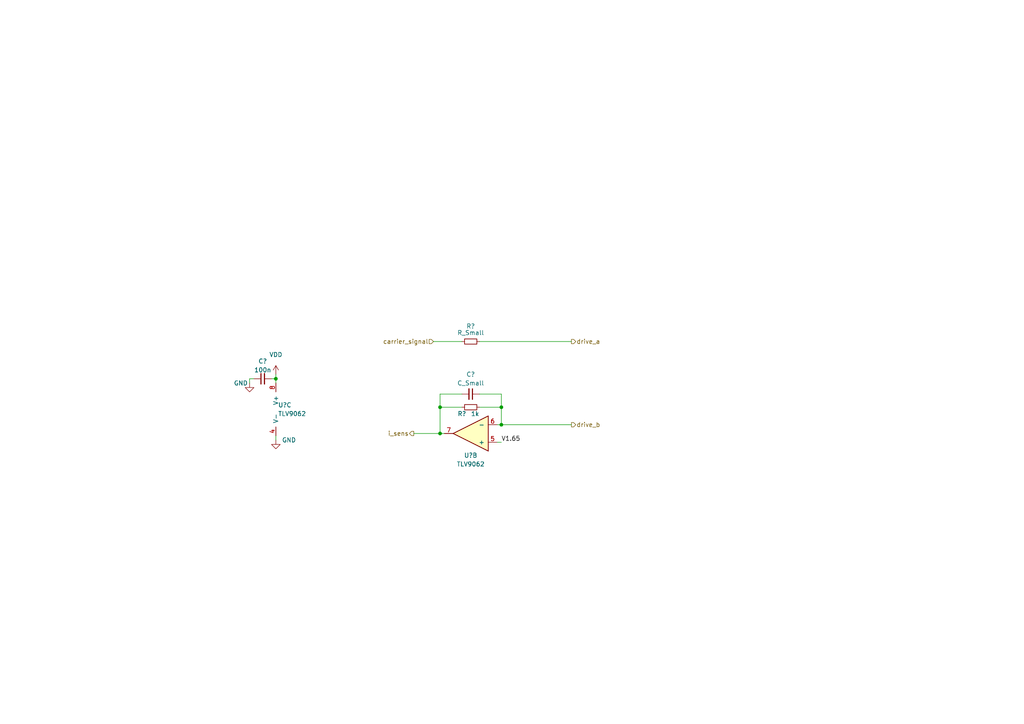
<source format=kicad_sch>
(kicad_sch (version 20211123) (generator eeschema)
  (paper "A4")
  (lib_symbols
    (symbol "Device:C_Small" (pin_numbers hide) (pin_names (offset 0.254) hide)
      (property "Reference" "C" (at 0.254 1.778 0))
      (property "Value" "C_Small" (at 0.254 -2.032 0))
      (symbol "C_Small_0_1"
        (polyline (pts (xy -1.524 -0.508) (xy 1.524 -0.508)) (stroke (width 0.3302)))
        (polyline (pts (xy -1.524 0.508) (xy 1.524 0.508)) (stroke (width 0.3048)))
      )
      (symbol "C_Small_1_1"
        (pin passive line (at 0 2.54 270) (length 2.032) (name "~") (number "1"))
        (pin passive line (at 0 -2.54 90) (length 2.032) (name "~") (number "2"))
      )
    )
    (symbol "Device:R_Small" (pin_numbers hide) (pin_names (offset 0.254) hide)
      (property "Reference" "R" (at 0.762 0.508 0))
      (property "Value" "R_Small" (at 0.762 -1.016 0))
      (symbol "R_Small_0_1"
        (rectangle (start -0.762 1.778) (end 0.762 -1.778) (stroke (width 0.2032)))
      )
      (symbol "R_Small_1_1"
        (pin passive line (at 0 2.54 270) (length 0.762) (name "~") (number "1"))
        (pin passive line (at 0 -2.54 90) (length 0.762) (name "~") (number "2"))
      )
    )
    (symbol "oe_flow:TLV9062" (pin_names (offset 1.016))
      (property "Reference" "U" (at 5.08 6.35 0))
      (property "Value" "TLV9062" (at 5.08 8.89 0))
      (symbol "TLV9062_1_1"
        (polyline (pts (xy -5.08 5.08) (xy 5.08 0) (xy -5.08 -5.08) (xy -5.08 5.08)) (stroke (width 0.254)) (fill (type background)))
        (pin output line (at 7.62 0 180) (length 2.54) (name "~") (number "1"))
        (pin input line (at -7.62 -2.54 0) (length 2.54) (name "-") (number "2"))
        (pin input line (at -7.62 2.54 0) (length 2.54) (name "+") (number "3"))
      )
      (symbol "TLV9062_2_1"
        (polyline (pts (xy -5.08 5.08) (xy 5.08 0) (xy -5.08 -5.08) (xy -5.08 5.08)) (stroke (width 0.254)) (fill (type background)))
        (pin input line (at -7.62 2.54 0) (length 2.54) (name "+") (number "5"))
        (pin input line (at -7.62 -2.54 0) (length 2.54) (name "-") (number "6"))
        (pin output line (at 7.62 0 180) (length 2.54) (name "~") (number "7"))
      )
      (symbol "TLV9062_3_1"
        (pin power_in line (at -2.54 -7.62 90) (length 2.54) (name "V-") (number "4"))
        (pin power_in line (at -2.54 7.62 270) (length 2.54) (name "V+") (number "8"))
      )
      (symbol "TLV9062_3_2"
        (pin power_in line (at -2.54 -7.62 90) (length 3.81) (name "V-") (number "4"))
        (pin power_in line (at -2.54 7.62 270) (length 3.81) (name "V+") (number "8"))
      )
    )
    (symbol "power:GND" (power) (pin_names (offset 0))
      (property "Value" "GND" (at 0 -3.81 0))
      (symbol "GND_0_1"
        (polyline (pts (xy 0 0) (xy 0 -1.27) (xy 1.27 -1.27) (xy 0 -2.54) (xy -1.27 -1.27) (xy 0 -1.27)))
      )
      (symbol "GND_1_1"
        (pin power_in line (at 0 0 270) (length 0) hide (name "GND") (number "1"))
      )
    )
    (symbol "power:VDD" (power) (pin_names (offset 0))
      (property "Value" "VDD" (at 0 3.81 0))
      (symbol "VDD_0_1"
        (polyline (pts (xy -0.762 1.27) (xy 0 2.54)))
        (polyline (pts (xy 0 0) (xy 0 2.54)))
        (polyline (pts (xy 0 2.54) (xy 0.762 1.27)))
      )
      (symbol "VDD_1_1"
        (pin power_in line (at 0 0 90) (length 0) hide (name "VDD") (number "1"))
      )
    )
  )
  (junction (at 127.635 118.11))
  (junction (at 145.415 123.19))
  (junction (at 127.635 125.73))
  (junction (at 80.01 109.855))
  (junction (at 145.415 118.11))
  (wire (pts (xy 127.635 125.73) (xy 128.905 125.73)))
  (wire (pts (xy 72.39 109.855) (xy 72.39 111.125)))
  (wire (pts (xy 127.635 118.11) (xy 127.635 125.73)))
  (wire (pts (xy 125.73 99.06) (xy 133.985 99.06)))
  (wire (pts (xy 133.985 118.11) (xy 127.635 118.11)))
  (wire (pts (xy 127.635 114.3) (xy 127.635 118.11)))
  (wire (pts (xy 145.415 118.11) (xy 145.415 123.19)))
  (wire (pts (xy 145.415 123.19) (xy 144.145 123.19)))
  (wire (pts (xy 80.01 109.855) (xy 80.01 111.125)))
  (wire (pts (xy 145.415 123.19) (xy 165.735 123.19)))
  (wire (pts (xy 144.145 128.27) (xy 145.415 128.27)))
  (wire (pts (xy 145.415 114.3) (xy 145.415 118.11)))
  (wire (pts (xy 133.985 114.3) (xy 127.635 114.3)))
  (wire (pts (xy 139.065 114.3) (xy 145.415 114.3)))
  (wire (pts (xy 139.065 99.06) (xy 165.735 99.06)))
  (wire (pts (xy 78.74 109.855) (xy 80.01 109.855)))
  (wire (pts (xy 120.015 125.73) (xy 127.635 125.73)))
  (wire (pts (xy 80.01 126.365) (xy 80.01 127.635)))
  (wire (pts (xy 139.065 118.11) (xy 145.415 118.11)))
  (wire (pts (xy 80.01 108.585) (xy 80.01 109.855)))
  (wire (pts (xy 73.66 109.855) (xy 72.39 109.855)))
  (label "V1.65" (at 145.415 128.27 0))
  (hierarchical_label "carrier_signal" (shape input) (at 125.73 99.06 180))
  (hierarchical_label "drive_a" (shape output) (at 165.735 99.06 0))
  (hierarchical_label "i_sens" (shape output) (at 120.015 125.73 180))
  (hierarchical_label "drive_b" (shape output) (at 165.735 123.19 0))
  (symbol (lib_id "power:GND") (at 80.01 127.635 0) (unit 1)
    (property "Reference" "#PWR?" (effects hide))
    (property "Value" "GND" (at 83.82 127.635 0))
  )
  (symbol (lib_id "Device:C_Small") (at 76.2 109.855 90) (unit 1)
    (property "Reference" "C?" (at 76.2 104.775 90))
    (property "Value" "100n" (at 76.2 107.315 90))
    (property "Footprint" "Capacitor_SMD:C_0603_1608Metric" (effects hide))
    (property "Link" "https://ozdisan.com/pasif-komponentler/kondansatorler/smt-smd-ve-mlcc-kondansatorler/CL10B104KB8NNND" (effects hide))
    (property "Price" "0.00499" (effects hide))
  )
  (symbol (lib_id "Device:C_Small") (at 136.525 114.3 270) (mirror x) (unit 1)
    (property "Reference" "C?" (at 136.525 108.585 90))
    (property "Value" "C_Small" (at 136.525 111.125 90))
  )
  (symbol (lib_id "power:GND") (at 72.39 111.125 0) (unit 1)
    (property "Reference" "#PWR?" (effects hide))
    (property "Value" "GND" (at 69.85 111.125 0))
  )
  (symbol (lib_id "power:VDD") (at 80.01 108.585 0) (unit 1)
    (property "Reference" "#PWR?" (effects hide))
    (property "Value" "VDD" (at 80.01 102.87 0))
  )
  (symbol (lib_id "oe_flow:TLV9062") (at 82.55 118.745 0) (unit 3)
    (property "Reference" "U?" (at 80.645 117.4749 0) (effects (justify left)))
    (property "Value" "TLV9062" (at 80.645 120.0149 0) (effects (justify left)))
  )
  (symbol (lib_id "Device:R_Small") (at 136.525 118.11 90) (mirror x) (unit 1)
    (property "Reference" "R?" (at 133.985 120.015 90))
    (property "Value" "1k" (at 137.795 120.015 90))
    (property "Footprint" "Resistor_SMD:R_0603_1608Metric" (effects hide))
    (property "Link" "https://ozdisan.com/pasif-komponentler/direncler/smt-smd-ve-cip-direncler/0603SAF180JT5E" (effects hide))
    (property "Price" "0.00196" (effects hide))
  )
  (symbol (lib_id "oe_flow:TLV9062") (at 136.525 125.73 180) (unit 2)
    (property "Reference" "U?" (at 136.525 132.08 0))
    (property "Value" "TLV9062" (at 136.525 134.62 0))
  )
  (symbol (lib_id "Device:R_Small") (at 136.525 99.06 270) (mirror x) (unit 1)
    (property "Reference" "R?" (at 136.525 94.615 90))
    (property "Value" "R_Small" (at 136.525 96.52 90))
  )
)
</source>
